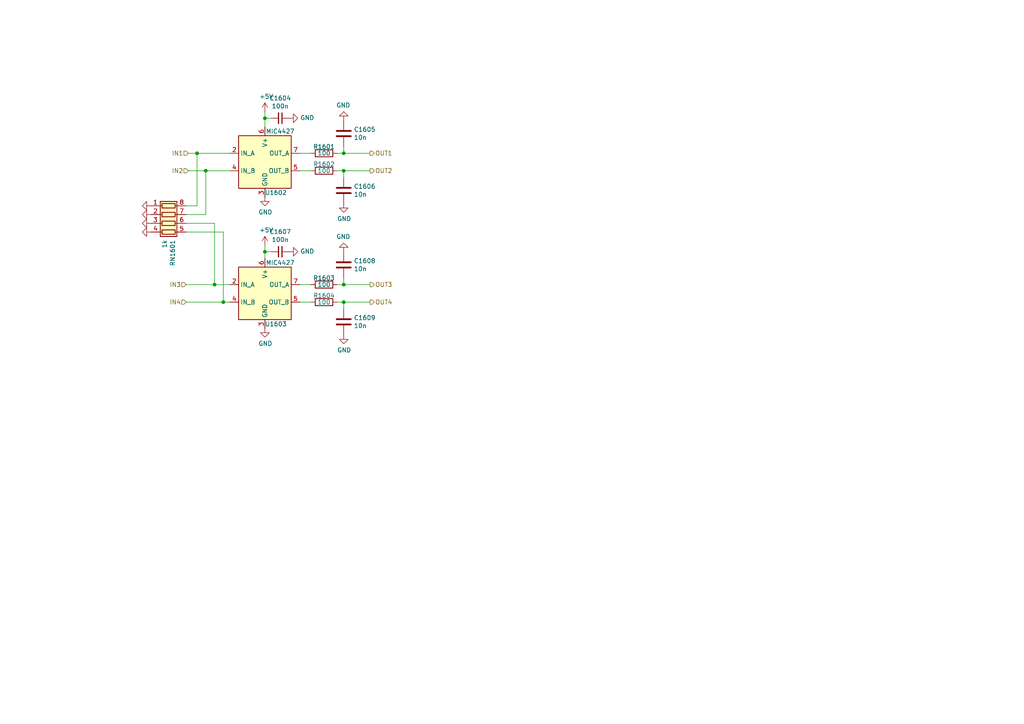
<source format=kicad_sch>
(kicad_sch (version 20250114) (generator "eeschema") (generator_version "9.0")
  (paper "A4")
  (title_block (title "rusEfi Proteus") (date "2022-04-09") (rev "v0.7") (company "rusEFI") (comment 1 "github.com/mck1117/proteus") (comment 2 "rusefi.com/s/proteus"))
  (lib_symbols
    (symbol "Device:C" (pin_numbers (hide yes)) (pin_names (offset 0.254))
      (property "Reference" "C" (at 0.635 2.54 0))
      (property "Value" "C" (at 0.635 -2.54 0))
      (symbol "C_0_1"
        (polyline (pts (xy -2.032 0.762) (xy 2.032 0.762)) (stroke (width 0.508)))
        (polyline (pts (xy -2.032 -0.762) (xy 2.032 -0.762)) (stroke (width 0.508)))
      )
      (symbol "C_1_1"
        (pin passive line (at 0 3.81 270) (length 2.794) (name "~") (number "1"))
        (pin passive line (at 0 -3.81 90) (length 2.794) (name "~") (number "2"))
      )
    )
    (symbol "Device:C_Small" (pin_numbers (hide yes)) (pin_names (offset 0.254) (hide yes))
      (property "Reference" "C" (at 0.254 1.778 0))
      (property "Value" "C_Small" (at 0.254 -2.032 0))
      (symbol "C_Small_0_1"
        (polyline (pts (xy -1.524 0.508) (xy 1.524 0.508)) (stroke (width 0.3048)))
        (polyline (pts (xy -1.524 -0.508) (xy 1.524 -0.508)) (stroke (width 0.3302)))
      )
      (symbol "C_Small_1_1"
        (pin passive line (at 0 2.54 270) (length 2.032) (name "~") (number "1"))
        (pin passive line (at 0 -2.54 90) (length 2.032) (name "~") (number "2"))
      )
    )
    (symbol "Device:R" (pin_numbers (hide yes)) (pin_names (offset 0))
      (property "Reference" "R" (at 2.032 0 90))
      (property "Value" "R" (at 0 0 90))
      (symbol "R_0_1"
        (rectangle (start -1.016 -2.54) (end 1.016 2.54) (stroke (width 0.254)))
      )
      (symbol "R_1_1"
        (pin passive line (at 0 3.81 270) (length 1.27) (name "~") (number "1"))
        (pin passive line (at 0 -3.81 90) (length 1.27) (name "~") (number "2"))
      )
    )
    (symbol "Device:R_Pack04" (pin_names (offset 0) (hide yes))
      (property "Reference" "RN" (at -7.62 0 90))
      (property "Value" "R_Pack04" (at 5.08 0 90))
      (symbol "R_Pack04_0_1"
        (rectangle (start -6.35 -2.413) (end 3.81 2.413) (stroke (width 0.254)) (fill (type background)))
        (rectangle (start -5.715 1.905) (end -4.445 -1.905) (stroke (width 0.254)))
        (polyline (pts (xy -5.08 1.905) (xy -5.08 2.54)))
        (polyline (pts (xy -5.08 -2.54) (xy -5.08 -1.905)))
        (rectangle (start -3.175 1.905) (end -1.905 -1.905) (stroke (width 0.254)))
        (polyline (pts (xy -2.54 1.905) (xy -2.54 2.54)))
        (polyline (pts (xy -2.54 -2.54) (xy -2.54 -1.905)))
        (rectangle (start -0.635 1.905) (end 0.635 -1.905) (stroke (width 0.254)))
        (polyline (pts (xy 0 1.905) (xy 0 2.54)))
        (polyline (pts (xy 0 -2.54) (xy 0 -1.905)))
        (rectangle (start 1.905 1.905) (end 3.175 -1.905) (stroke (width 0.254)))
        (polyline (pts (xy 2.54 1.905) (xy 2.54 2.54)))
        (polyline (pts (xy 2.54 -2.54) (xy 2.54 -1.905)))
      )
      (symbol "R_Pack04_1_1"
        (pin passive line (at -5.08 5.08 270) (length 2.54) (name "R1.2") (number "8"))
        (pin passive line (at -5.08 -5.08 90) (length 2.54) (name "R1.1") (number "1"))
        (pin passive line (at -2.54 5.08 270) (length 2.54) (name "R2.2") (number "7"))
        (pin passive line (at -2.54 -5.08 90) (length 2.54) (name "R2.1") (number "2"))
        (pin passive line (at 0 5.08 270) (length 2.54) (name "R3.2") (number "6"))
        (pin passive line (at 0 -5.08 90) (length 2.54) (name "R3.1") (number "3"))
        (pin passive line (at 2.54 5.08 270) (length 2.54) (name "R4.2") (number "5"))
        (pin passive line (at 2.54 -5.08 90) (length 2.54) (name "R4.1") (number "4"))
      )
    )
    (symbol "Driver_FET:MIC4427"
      (property "Reference" "U" (at -7.62 8.89 0))
      (property "Value" "MIC4427" (at 1.27 8.89 0))
      (symbol "MIC4427_0_1"
        (rectangle (start -7.62 -7.62) (end 7.62 7.62) (stroke (width 0.254)) (fill (type background)))
      )
      (symbol "MIC4427_1_1"
        (pin input line (at -10.16 2.54 0) (length 2.54) (name "IN_A") (number "2"))
        (pin input line (at -10.16 -2.54 0) (length 2.54) (name "IN_B") (number "4"))
        (pin no_connect line (at -7.62 0 0) (length 2.54) (hide yes) (name "NC") (number "1"))
        (pin power_in line (at 0 10.16 270) (length 2.54) (name "V+") (number "6"))
        (pin power_in line (at 0 -10.16 90) (length 2.54) (name "GND") (number "3"))
        (pin no_connect line (at 7.62 0 180) (length 2.54) (hide yes) (name "NC") (number "8"))
        (pin output line (at 10.16 2.54 180) (length 2.54) (name "OUT_A") (number "7"))
        (pin output line (at 10.16 -2.54 180) (length 2.54) (name "OUT_B") (number "5"))
      )
    )
    (symbol "proteus-rescue:+5V-power" (power) (pin_names (offset 0))
      (property "Value" "power_+5V" (at 0 3.556 0))
      (symbol "+5V-power_0_1"
        (polyline (pts (xy -0.762 1.27) (xy 0 2.54)))
        (polyline (pts (xy 0 2.54) (xy 0.762 1.27)))
        (polyline (pts (xy 0 0) (xy 0 2.54)))
      )
      (symbol "+5V-power_1_1"
        (pin power_in line (at 0 0 90) (length 0) (hide yes) (name "+5V") (number "1"))
      )
    )
    (symbol "proteus-rescue:GND-power" (power) (pin_names (offset 0))
      (property "Value" "power_GND" (at 0 -3.81 0))
      (symbol "GND-power_0_1"
        (polyline (pts (xy 0 0) (xy 0 -1.27) (xy 1.27 -1.27) (xy 0 -2.54) (xy -1.27 -1.27) (xy 0 -1.27)))
      )
      (symbol "GND-power_1_1"
        (pin power_in line (at 0 0 270) (length 0) (hide yes) (name "GND") (number "1"))
      )
    )
  )
  (junction (at 59.69 49.53))
  (junction (at 57.15 44.45))
  (junction (at 99.695 44.45))
  (junction (at 99.695 49.53))
  (junction (at 99.695 82.55))
  (junction (at 62.23 82.55))
  (junction (at 76.835 34.29))
  (junction (at 99.695 87.63))
  (junction (at 76.835 73.025))
  (junction (at 64.77 87.63))
  (wire (pts (xy 59.69 49.53) (xy 66.675 49.53)))
  (wire (pts (xy 53.975 62.23) (xy 59.69 62.23)))
  (wire (pts (xy 53.975 59.69) (xy 57.15 59.69)))
  (wire (pts (xy 97.79 82.55) (xy 99.695 82.55)))
  (wire (pts (xy 99.695 87.63) (xy 99.695 89.535)))
  (wire (pts (xy 53.975 87.63) (xy 64.77 87.63)))
  (wire (pts (xy 97.79 44.45) (xy 99.695 44.45)))
  (wire (pts (xy 99.695 49.53) (xy 107.315 49.53)))
  (wire (pts (xy 76.835 71.12) (xy 76.835 73.025)))
  (wire (pts (xy 78.74 73.025) (xy 76.835 73.025)))
  (wire (pts (xy 99.695 51.435) (xy 99.695 49.53)))
  (wire (pts (xy 53.975 82.55) (xy 62.23 82.55)))
  (wire (pts (xy 99.695 44.45) (xy 99.695 42.545)))
  (wire (pts (xy 62.23 64.77) (xy 62.23 82.55)))
  (wire (pts (xy 90.17 44.45) (xy 86.995 44.45)))
  (wire (pts (xy 57.15 44.45) (xy 66.675 44.45)))
  (wire (pts (xy 57.15 44.45) (xy 57.15 59.69)))
  (wire (pts (xy 76.835 34.29) (xy 76.835 36.83)))
  (wire (pts (xy 99.695 49.53) (xy 97.79 49.53)))
  (wire (pts (xy 76.835 32.385) (xy 76.835 34.29)))
  (wire (pts (xy 90.17 49.53) (xy 86.995 49.53)))
  (wire (pts (xy 76.835 73.025) (xy 76.835 74.93)))
  (wire (pts (xy 99.695 82.55) (xy 99.695 80.645)))
  (wire (pts (xy 78.74 34.29) (xy 76.835 34.29)))
  (wire (pts (xy 107.315 87.63) (xy 99.695 87.63)))
  (wire (pts (xy 62.23 64.77) (xy 53.975 64.77)))
  (wire (pts (xy 64.77 87.63) (xy 66.675 87.63)))
  (wire (pts (xy 90.17 87.63) (xy 86.995 87.63)))
  (wire (pts (xy 97.79 87.63) (xy 99.695 87.63)))
  (wire (pts (xy 64.77 67.31) (xy 64.77 87.63)))
  (wire (pts (xy 54.61 49.53) (xy 59.69 49.53)))
  (wire (pts (xy 90.17 82.55) (xy 86.995 82.55)))
  (wire (pts (xy 107.315 44.45) (xy 99.695 44.45)))
  (wire (pts (xy 99.695 82.55) (xy 107.315 82.55)))
  (wire (pts (xy 59.69 49.53) (xy 59.69 62.23)))
  (wire (pts (xy 62.23 82.55) (xy 66.675 82.55)))
  (wire (pts (xy 54.61 44.45) (xy 57.15 44.45)))
  (wire (pts (xy 64.77 67.31) (xy 53.975 67.31)))
  (hierarchical_label "IN4" (shape input) (at 53.975 87.63 180))
  (hierarchical_label "OUT4" (shape output) (at 107.315 87.63 0))
  (hierarchical_label "IN3" (shape input) (at 53.975 82.55 180))
  (hierarchical_label "IN1" (shape input) (at 54.61 44.45 180))
  (hierarchical_label "IN2" (shape input) (at 54.61 49.53 180))
  (hierarchical_label "OUT3" (shape output) (at 107.315 82.55 0))
  (hierarchical_label "OUT2" (shape output) (at 107.315 49.53 0))
  (hierarchical_label "OUT1" (shape output) (at 107.315 44.45 0))
  (symbol (lib_id "Driver_FET:MIC4427") (at 76.835 46.99 0) (unit 1)
    (property "Reference" "U1602" (at 80.01 55.88 0))
    (property "Value" "MIC4427" (at 81.28 38.1 0))
    (property "Footprint" "Package_SO:SOIC-8_3.9x4.9mm_P1.27mm" (effects (hide yes)))
    (property "Datasheet" "http://ww1.microchip.com/downloads/en/DeviceDoc/mic4426.pdf" (effects (hide yes)))
    (property "PN" "TC4427EOA" (effects (hide yes)))
    (property "LCSC" "C20551" (effects (hide yes)))
    (property "LCSC_ext" "1" (effects (hide yes)))
    (property "possible_not_ext" "1" (effects (hide yes)))
  )
  (symbol (lib_id "Driver_FET:MIC4427") (at 76.835 85.09 0) (unit 1)
    (property "Reference" "U1603" (at 80.01 93.98 0))
    (property "Value" "MIC4427" (at 81.28 76.2 0))
    (property "Footprint" "Package_SO:SOIC-8_3.9x4.9mm_P1.27mm" (effects (hide yes)))
    (property "Datasheet" "http://ww1.microchip.com/downloads/en/DeviceDoc/mic4426.pdf" (effects (hide yes)))
    (property "PN" "TC4427EOA" (effects (hide yes)))
    (property "LCSC" "C20551" (effects (hide yes)))
    (property "LCSC_ext" "1" (effects (hide yes)))
    (property "possible_not_ext" "1" (effects (hide yes)))
  )
  (symbol (lib_id "Device:C_Small") (at 81.28 73.025 270) (unit 1)
    (property "Reference" "C1607" (at 81.28 67.2084 90))
    (property "Value" "100n" (at 81.28 69.5198 90))
    (property "Footprint" "Capacitor_SMD:C_0603_1608Metric" (effects (hide yes)))
    (property "LCSC" "C14663" (effects (hide yes)))
    (property "LCSC_ext" "0" (effects (hide yes)))
  )
  (symbol (lib_id "proteus-rescue:GND-power") (at 76.835 57.15 0) (unit 1)
    (property "Reference" "#PWR0167" (effects (hide yes)))
    (property "Value" "GND" (at 76.962 61.5442 0))
  )
  (symbol (lib_id "proteus-rescue:GND-power") (at 76.835 95.25 0) (unit 1)
    (property "Reference" "#PWR0168" (effects (hide yes)))
    (property "Value" "GND" (at 76.962 99.6442 0))
  )
  (symbol (lib_id "Device:C_Small") (at 81.28 34.29 270) (unit 1)
    (property "Reference" "C1604" (at 81.28 28.4734 90))
    (property "Value" "100n" (at 81.28 30.7848 90))
    (property "Footprint" "Capacitor_SMD:C_0603_1608Metric" (effects (hide yes)))
    (property "LCSC" "C14663" (effects (hide yes)))
    (property "LCSC_ext" "0" (effects (hide yes)))
  )
  (symbol (lib_id "proteus-rescue:+5V-power") (at 76.835 32.385 0) (unit 1)
    (property "Reference" "#PWR0169" (effects (hide yes)))
    (property "Value" "+5V" (at 77.216 27.9908 0))
  )
  (symbol (lib_id "proteus-rescue:+5V-power") (at 76.835 71.12 0) (unit 1)
    (property "Reference" "#PWR0170" (effects (hide yes)))
    (property "Value" "+5V" (at 77.216 66.7258 0))
  )
  (symbol (lib_id "proteus-rescue:GND-power") (at 83.82 73.025 90) (unit 1)
    (property "Reference" "#PWR0171" (effects (hide yes)))
    (property "Value" "GND" (at 87.0712 72.898 90) (effects (justify right)))
  )
  (symbol (lib_id "proteus-rescue:GND-power") (at 83.82 34.29 90) (unit 1)
    (property "Reference" "#PWR0172" (effects (hide yes)))
    (property "Value" "GND" (at 87.0712 34.163 90) (effects (justify right)))
  )
  (symbol (lib_id "Device:R") (at 93.98 44.45 270) (unit 1)
    (property "Reference" "R1601" (at 93.98 42.545 90))
    (property "Value" "100" (at 93.98 44.45 90))
    (property "Footprint" "Resistor_SMD:R_0805_2012Metric" (effects (hide yes)))
    (property "LCSC" "C17408" (effects (hide yes)))
    (property "LCSC_ext" "0" (effects (hide yes)))
  )
  (symbol (lib_id "Device:R") (at 93.98 49.53 270) (unit 1)
    (property "Reference" "R1602" (at 93.98 47.625 90))
    (property "Value" "100" (at 93.98 49.53 90))
    (property "Footprint" "Resistor_SMD:R_0805_2012Metric" (effects (hide yes)))
    (property "LCSC" "C17408" (effects (hide yes)))
    (property "LCSC_ext" "0" (effects (hide yes)))
  )
  (symbol (lib_id "Device:R") (at 93.98 82.55 270) (unit 1)
    (property "Reference" "R1603" (at 93.98 80.645 90))
    (property "Value" "100" (at 93.98 82.55 90))
    (property "Footprint" "Resistor_SMD:R_0805_2012Metric" (effects (hide yes)))
    (property "LCSC" "C17408" (effects (hide yes)))
    (property "LCSC_ext" "0" (effects (hide yes)))
  )
  (symbol (lib_id "Device:R") (at 93.98 87.63 270) (unit 1)
    (property "Reference" "R1604" (at 93.98 85.725 90))
    (property "Value" "100" (at 93.98 87.63 90))
    (property "Footprint" "Resistor_SMD:R_0805_2012Metric" (effects (hide yes)))
    (property "LCSC" "C17408" (effects (hide yes)))
    (property "LCSC_ext" "0" (effects (hide yes)))
  )
  (symbol (lib_id "Device:C") (at 99.695 55.245 0) (unit 1)
    (property "Reference" "C1606" (at 102.616 54.0766 0) (effects (justify left)))
    (property "Value" "10n" (at 102.616 56.388 0) (effects (justify left)))
    (property "Footprint" "Capacitor_SMD:C_0603_1608Metric" (effects (hide yes)))
    (property "LCSC" "C57112" (effects (hide yes)))
    (property "LCSC_ext" "0" (effects (hide yes)))
  )
  (symbol (lib_id "proteus-rescue:GND-power") (at 99.695 59.055 0) (unit 1)
    (property "Reference" "#PWR0173" (effects (hide yes)))
    (property "Value" "GND" (at 99.822 63.4492 0))
  )
  (symbol (lib_id "Device:C") (at 99.695 38.735 180) (unit 1)
    (property "Reference" "C1605" (at 102.616 37.5666 0) (effects (justify right)))
    (property "Value" "10n" (at 102.616 39.878 0) (effects (justify right)))
    (property "Footprint" "Capacitor_SMD:C_0603_1608Metric" (effects (hide yes)))
    (property "LCSC" "C57112" (effects (hide yes)))
    (property "LCSC_ext" "0" (effects (hide yes)))
  )
  (symbol (lib_id "proteus-rescue:GND-power") (at 99.695 34.925 180) (unit 1)
    (property "Reference" "#PWR0174" (effects (hide yes)))
    (property "Value" "GND" (at 99.568 30.5308 0))
  )
  (symbol (lib_id "Device:C") (at 99.695 76.835 180) (unit 1)
    (property "Reference" "C1608" (at 102.616 75.6666 0) (effects (justify right)))
    (property "Value" "10n" (at 102.616 77.978 0) (effects (justify right)))
    (property "Footprint" "Capacitor_SMD:C_0603_1608Metric" (effects (hide yes)))
    (property "LCSC" "C57112" (effects (hide yes)))
    (property "LCSC_ext" "0" (effects (hide yes)))
  )
  (symbol (lib_id "proteus-rescue:GND-power") (at 99.695 73.025 180) (unit 1)
    (property "Reference" "#PWR0175" (effects (hide yes)))
    (property "Value" "GND" (at 99.568 68.6308 0))
  )
  (symbol (lib_id "Device:C") (at 99.695 93.345 0) (unit 1)
    (property "Reference" "C1609" (at 102.616 92.1766 0) (effects (justify left)))
    (property "Value" "10n" (at 102.616 94.488 0) (effects (justify left)))
    (property "Footprint" "Capacitor_SMD:C_0603_1608Metric" (effects (hide yes)))
    (property "LCSC" "C57112" (effects (hide yes)))
    (property "LCSC_ext" "0" (effects (hide yes)))
  )
  (symbol (lib_id "proteus-rescue:GND-power") (at 99.695 97.155 0) (unit 1)
    (property "Reference" "#PWR0176" (effects (hide yes)))
    (property "Value" "GND" (at 99.822 101.5492 0))
  )
  (symbol (lib_id "Device:R_Pack04") (at 48.895 64.77 270) (unit 1)
    (property "Reference" "RN1601" (at 50.0634 69.5452 0) (effects (justify left)))
    (property "Value" "1k" (at 47.752 69.5452 0) (effects (justify left)))
    (property "Footprint" "Resistor_SMD:R_Array_Convex_4x0603" (effects (hide yes)))
    (property "LCSC" "C20197" (effects (hide yes)))
    (property "LCSC_ext" "0" (effects (hide yes)))
  )
  (symbol (lib_id "proteus-rescue:GND-power") (at 43.815 67.31 270) (unit 1)
    (property "Reference" "#PWR0197" (effects (hide yes)))
    (property "Value" "GND" (effects (hide yes)))
  )
  (symbol (lib_id "proteus-rescue:GND-power") (at 43.815 64.77 270) (unit 1)
    (property "Reference" "#PWR0198" (effects (hide yes)))
    (property "Value" "GND" (effects (hide yes)))
  )
  (symbol (lib_id "proteus-rescue:GND-power") (at 43.815 62.23 270) (unit 1)
    (property "Reference" "#PWR0199" (effects (hide yes)))
    (property "Value" "GND" (effects (hide yes)))
  )
  (symbol (lib_id "proteus-rescue:GND-power") (at 43.815 59.69 270) (unit 1)
    (property "Reference" "#PWR0200" (effects (hide yes)))
    (property "Value" "GND" (effects (hide yes)))
  )
)
</source>
